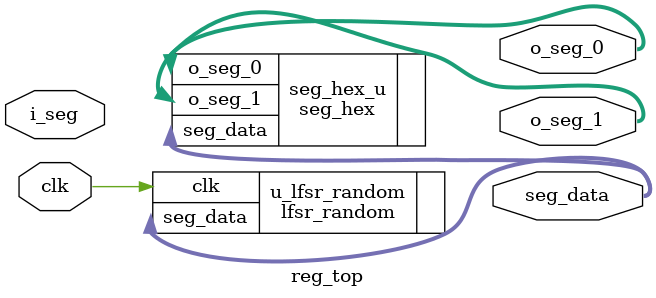
<source format=v>
module reg_top(
    input 		clk,
    input	[8:0]	i_seg,
    output 	[7:0] 	seg_data,
    output 	[7:0] 	o_seg_1,
    output 	[7:0] 	o_seg_0
);

    lfsr_random u_lfsr_random(
        .clk(clk), 
        .seg_data(seg_data)
    );

     seg_hex seg_hex_u(
        .seg_data(seg_data),
        .o_seg_0(o_seg_0),
        .o_seg_1(o_seg_1)
    );
    


endmodule

</source>
